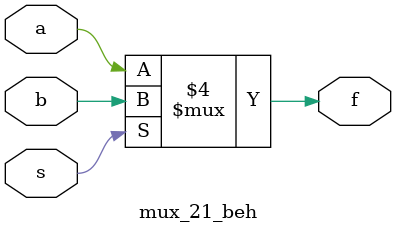
<source format=v>
module mux_21_beh(f,a,b,s);
	output f;
	input a,b,s;
	reg f;
	always@(s or a or b)
		if(s==0) f=a;
		else f=b;
endmodule
	
</source>
